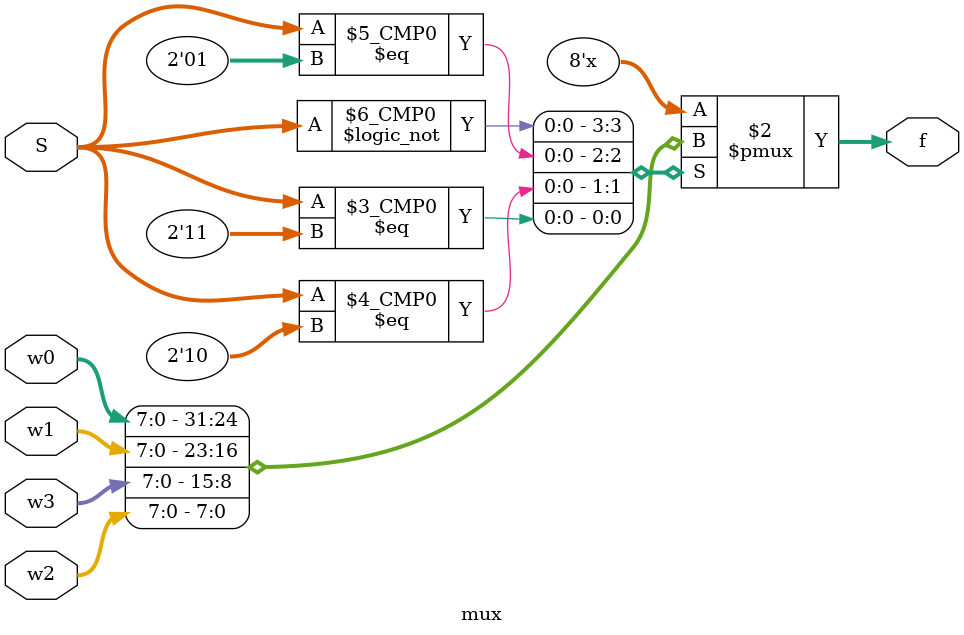
<source format=v>
module mux (w0, w1, w2, w3, S, f);
input [7:0] w0, w1, w2, w3;
input [1:2] S;
output [7:0] f;
reg [7:0] f;

always @(w0 or w1 or w2 or w3 or S)    
    case (S)
    2'b00: begin
        f = w0;
      end
    2'b01:begin
        f = w1;
      end 
    2'b10:begin
        f = w3;
      end
    2'b11:begin
        f = w2;
      end
  endcase
endmodule


</source>
